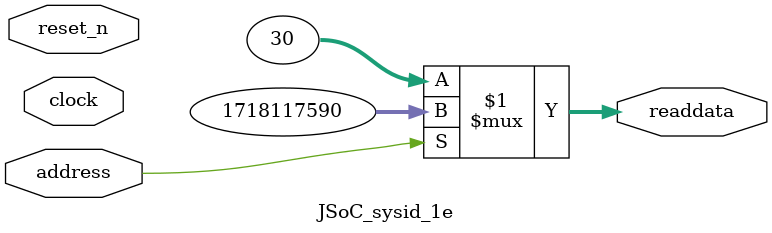
<source format=v>

`timescale 1ns / 1ps
// synthesis translate_on

// turn off superfluous verilog processor warnings 
// altera message_level Level1 
// altera message_off 10034 10035 10036 10037 10230 10240 10030 

module JSoC_sysid_1e (
               // inputs:
                address,
                clock,
                reset_n,

               // outputs:
                readdata
             )
;

  output  [ 31: 0] readdata;
  input            address;
  input            clock;
  input            reset_n;

  wire    [ 31: 0] readdata;
  //control_slave, which is an e_avalon_slave
  assign readdata = address ? 1718117590 : 30;

endmodule




</source>
